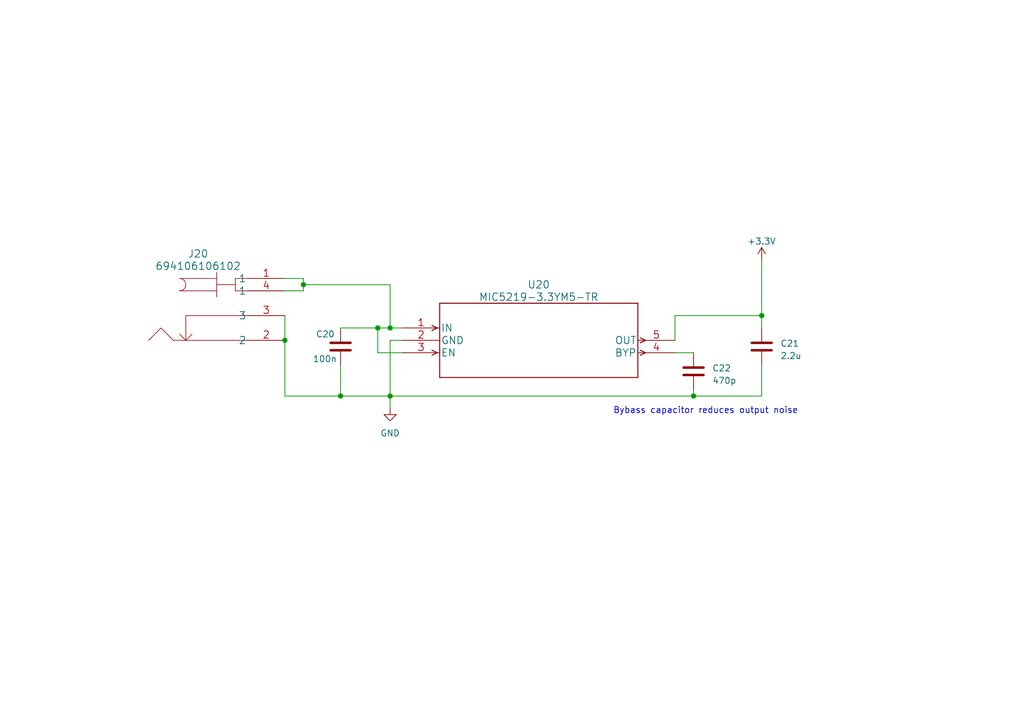
<source format=kicad_sch>
(kicad_sch (version 20230121) (generator eeschema)
  (paper "A5")
  (title_block (company "University of Oulu"))
  (lib_symbols
    (symbol "694106106102:694106106102" (pin_names (offset 0.254))
      (property "Reference" "J" (at 10.16 7.62 0))
      (property "Value" "694106106102" (at 10.16 5.08 0))
      (symbol "694106106102_1_1"
        (polyline (pts (xy 7.62 -12.7) (xy 17.78 -12.7)) (stroke (width 0.127)))
        (polyline (pts (xy 7.62 -7.62) (xy 20.32 -7.62)) (stroke (width 0.127)))
        (polyline (pts (xy 7.62 -2.54) (xy 10.16 -2.54)) (stroke (width 0.127)))
        (polyline (pts (xy 10.16 -2.54) (xy 10.16 0)) (stroke (width 0.127)))
        (polyline (pts (xy 10.16 -1.27) (xy 13.97 -1.27)) (stroke (width 0.127)))
        (polyline (pts (xy 10.16 0) (xy 7.62 0)) (stroke (width 0.127)))
        (polyline (pts (xy 13.97 -3.81) (xy 13.97 1.27)) (stroke (width 0.127)))
        (polyline (pts (xy 13.97 -2.54) (xy 21.59 -2.54)) (stroke (width 0.127)))
        (polyline (pts (xy 13.97 0) (xy 21.59 0)) (stroke (width 0.127)))
        (polyline (pts (xy 17.78 -12.7) (xy 22.86 -12.7)) (stroke (width 0.127)))
        (polyline (pts (xy 20.32 -12.7) (xy 19.05 -11.43)) (stroke (width 0.127)))
        (polyline (pts (xy 20.32 -12.7) (xy 21.59 -11.43)) (stroke (width 0.127)))
        (polyline (pts (xy 20.32 -7.62) (xy 20.32 -12.7)) (stroke (width 0.127)))
        (polyline (pts (xy 22.86 -12.7) (xy 25.4 -10.16)) (stroke (width 0.127)))
        (polyline (pts (xy 25.4 -10.16) (xy 27.94 -12.7)) (stroke (width 0.127)))
        (arc (start 21.59 0) (mid 20.3255 -1.27) (end 21.59 -2.54) (stroke (width 0.127)))
        (pin unspecified line (at 0 0 0) (length 7.62) (name "1") (number "1"))
        (pin unspecified line (at 0 -12.7 0) (length 7.62) (name "2") (number "2"))
        (pin unspecified line (at 0 -7.62 0) (length 7.62) (name "3") (number "3"))
        (pin unspecified line (at 0 -2.54 0) (length 7.62) (name "1") (number "4"))
      )
    )
    (symbol "Device:C" (pin_numbers hide) (pin_names (offset 0.254))
      (property "Reference" "C" (at 0.635 2.54 0))
      (property "Value" "C" (at 0.635 -2.54 0))
      (symbol "C_0_1"
        (polyline (pts (xy -2.032 -0.762) (xy 2.032 -0.762)) (stroke (width 0.508)))
        (polyline (pts (xy -2.032 0.762) (xy 2.032 0.762)) (stroke (width 0.508)))
      )
      (symbol "C_1_1"
        (pin passive line (at 0 3.81 270) (length 2.794) (name "~") (number "1"))
        (pin passive line (at 0 -3.81 90) (length 2.794) (name "~") (number "2"))
      )
    )
    (symbol "MIC5219-3.3YM5-TR:MIC5219-3.3YM5-TR" (pin_names (offset 0.254))
      (property "Reference" "U20" (at 27.94 8.89 0))
      (property "Value" "MIC5219-3.3YM5-TR" (at 27.94 6.35 0))
      (symbol "MIC5219-3.3YM5-TR_1_1"
        (polyline (pts (xy 7.112 -5.08) (xy 6.0452 -5.588)) (stroke (width 0.2032)))
        (polyline (pts (xy 7.112 -5.08) (xy 6.0452 -4.572)) (stroke (width 0.2032)))
        (polyline (pts (xy 7.112 0) (xy 6.0452 -0.508)) (stroke (width 0.2032)))
        (polyline (pts (xy 7.112 0) (xy 6.0452 0.508)) (stroke (width 0.2032)))
        (polyline (pts (xy 7.62 -10.16) (xy 48.26 -10.16)) (stroke (width 0.2032)))
        (polyline (pts (xy 7.62 5.08) (xy 7.62 -10.16)) (stroke (width 0.2032)))
        (polyline (pts (xy 48.26 -10.16) (xy 48.26 5.08)) (stroke (width 0.2032)))
        (polyline (pts (xy 48.26 5.08) (xy 7.62 5.08)) (stroke (width 0.2032)))
        (polyline (pts (xy 48.768 -5.588) (xy 49.8348 -5.08)) (stroke (width 0.2032)))
        (polyline (pts (xy 48.768 -4.572) (xy 49.8348 -5.08)) (stroke (width 0.2032)))
        (polyline (pts (xy 48.768 -3.048) (xy 49.8348 -2.54)) (stroke (width 0.2032)))
        (polyline (pts (xy 48.768 -2.032) (xy 49.8348 -2.54)) (stroke (width 0.2032)))
        (pin input line (at 0 0 0) (length 7.62) (name "IN") (number "1"))
        (pin power_in line (at 0 -2.54 0) (length 7.62) (name "GND") (number "2"))
        (pin input line (at 0 -5.08 0) (length 7.62) (name "EN") (number "3"))
        (pin output line (at 55.88 -5.08 180) (length 7.62) (name "BYP") (number "4"))
        (pin power_out line (at 55.88 -2.54 180) (length 7.62) (name "OUT") (number "5"))
      )
    )
    (symbol "power:+3.3V" (power) (pin_names (offset 0))
      (property "Value" "+3.3V" (at 0 3.556 0))
      (symbol "+3.3V_0_1"
        (polyline (pts (xy -0.762 1.27) (xy 0 2.54)))
        (polyline (pts (xy 0 0) (xy 0 2.54)))
        (polyline (pts (xy 0 2.54) (xy 0.762 1.27)))
      )
      (symbol "+3.3V_1_1"
        (pin power_in line (at 0 0 90) (length 0) hide (name "+3.3V") (number "1"))
      )
    )
    (symbol "power:GND" (power) (pin_names (offset 0))
      (property "Value" "GND" (at 0 -3.81 0))
      (symbol "GND_0_1"
        (polyline (pts (xy 0 0) (xy 0 -1.27) (xy 1.27 -1.27) (xy 0 -2.54) (xy -1.27 -1.27) (xy 0 -1.27)))
      )
      (symbol "GND_1_1"
        (pin power_in line (at 0 0 270) (length 0) hide (name "GND") (number "1"))
      )
    )
  )
  (junction (at 142.24 81.28))
  (junction (at 80.01 67.31))
  (junction (at 77.47 67.31))
  (junction (at 62.23 58.42))
  (junction (at 58.42 69.85))
  (junction (at 69.85 81.28))
  (junction (at 156.21 64.77))
  (junction (at 80.01 81.28))
  (wire (pts (xy 80.01 69.85) (xy 82.55 69.85)))
  (wire (pts (xy 58.42 57.15) (xy 62.23 57.15)))
  (wire (pts (xy 58.42 64.77) (xy 58.42 69.85)))
  (wire (pts (xy 156.21 64.77) (xy 156.21 67.31)))
  (wire (pts (xy 138.43 64.77) (xy 156.21 64.77)))
  (wire (pts (xy 156.21 74.93) (xy 156.21 81.28)))
  (wire (pts (xy 77.47 72.39) (xy 77.47 67.31)))
  (wire (pts (xy 80.01 69.85) (xy 80.01 81.28)))
  (wire (pts (xy 58.42 59.69) (xy 62.23 59.69)))
  (wire (pts (xy 69.85 67.31) (xy 77.47 67.31)))
  (wire (pts (xy 80.01 67.31) (xy 82.55 67.31)))
  (wire (pts (xy 62.23 58.42) (xy 80.01 58.42)))
  (wire (pts (xy 156.21 53.34) (xy 156.21 64.77)))
  (wire (pts (xy 62.23 59.69) (xy 62.23 58.42)))
  (wire (pts (xy 80.01 81.28) (xy 80.01 83.82)))
  (wire (pts (xy 69.85 81.28) (xy 80.01 81.28)))
  (wire (pts (xy 80.01 81.28) (xy 142.24 81.28)))
  (wire (pts (xy 138.43 72.39) (xy 142.24 72.39)))
  (wire (pts (xy 58.42 81.28) (xy 69.85 81.28)))
  (wire (pts (xy 58.42 69.85) (xy 58.42 81.28)))
  (wire (pts (xy 62.23 57.15) (xy 62.23 58.42)))
  (wire (pts (xy 142.24 81.28) (xy 156.21 81.28)))
  (wire (pts (xy 69.85 74.93) (xy 69.85 81.28)))
  (wire (pts (xy 82.55 72.39) (xy 77.47 72.39)))
  (wire (pts (xy 80.01 58.42) (xy 80.01 67.31)))
  (wire (pts (xy 138.43 69.85) (xy 138.43 64.77)))
  (wire (pts (xy 142.24 80.01) (xy 142.24 81.28)))
  (wire (pts (xy 77.47 67.31) (xy 80.01 67.31)))
  (text "Bybass capacitor reduces output noise" (at 125.73 85.09 0) (effects (font (size 1.27 1.27)) (justify left bottom)))
  (symbol (lib_id "Device:C") (at 142.24 76.2 0) (unit 1)
    (property "Reference" "C22" (at 146.05 75.565 0) (effects (justify left)))
    (property "Value" "470p" (at 146.05 78.105 0) (effects (justify left)))
    (property "Footprint" "Capacitor_SMD:C_0603_1608Metric_Pad1.08x0.95mm_HandSolder" (effects hide))
    (property "Digikey" "1292-1530-1-ND" (effects hide))
  )
  (symbol (lib_id "power:+3.3V") (at 156.21 53.34 0) (unit 1)
    (property "Reference" "#PWR01" (effects hide))
    (property "Value" "+3.3V" (at 156.21 49.53 0))
  )
  (symbol (lib_id "Device:C") (at 69.85 71.12 0) (unit 1)
    (property "Reference" "C20" (at 64.77 68.58 0) (effects (justify left)))
    (property "Value" "100n" (at 64.135 73.66 0) (effects (justify left)))
    (property "Footprint" "Capacitor_SMD:C_0603_1608Metric_Pad1.08x0.95mm_HandSolder" (effects hide))
    (property "Digikey" "587-1245-1-ND" (effects hide))
  )
  (symbol (lib_id "Device:C") (at 156.21 71.12 0) (unit 1)
    (property "Reference" "C21" (at 160.02 70.485 0) (effects (justify left)))
    (property "Value" "2.2u" (at 160.02 73.025 0) (effects (justify left)))
    (property "Footprint" "Capacitor_SMD:C_0603_1608Metric_Pad1.08x0.95mm_HandSolder" (effects hide))
    (property "Digikey" "587-1430-1-ND" (effects hide))
  )
  (symbol (lib_id "power:GND") (at 80.01 83.82 0) (unit 1)
    (property "Reference" "#PWR02" (effects hide))
    (property "Value" "GND" (at 80.01 88.9 0))
  )
  (symbol (lib_id "MIC5219-3.3YM5-TR:MIC5219-3.3YM5-TR") (at 82.55 67.31 0) (unit 1)
    (property "Reference" "U20" (at 110.49 58.42 0) (effects (font (size 1.524 1.524))))
    (property "Value" "MIC5219-3.3YM5-TR" (at 110.49 60.96 0) (effects (font (size 1.524 1.524))))
    (property "Footprint" "MIC5219-3.3YM5-TR:MIC5219-3.3YM5-TR" (effects hide))
    (property "Digikey" "576-1281-1-ND" (effects hide))
  )
  (symbol (lib_id "694106106102:694106106102") (at 58.42 57.15 0) (mirror y) (unit 1)
    (property "Reference" "J20" (at 40.64 52.07 0) (effects (font (size 1.524 1.524))))
    (property "Value" "694106106102" (at 40.64 54.61 0) (effects (font (size 1.524 1.524))))
    (property "Footprint" "694106106102:694106106102" (effects hide))
    (property "Digikey" "732-5929-1-ND" (effects hide))
  )
)
</source>
